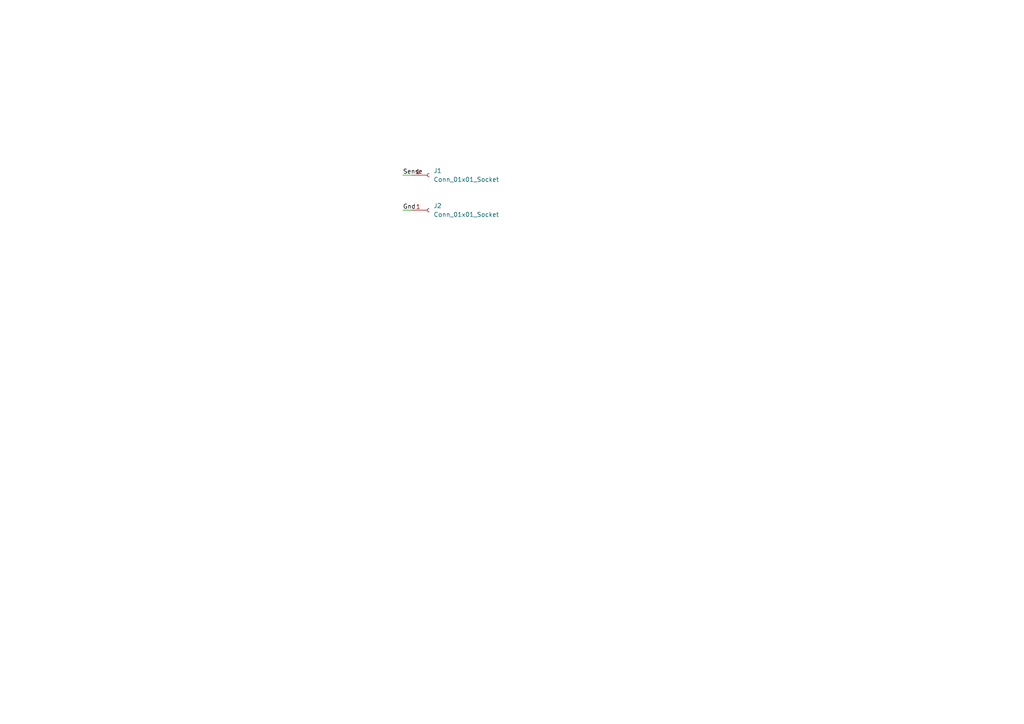
<source format=kicad_sch>
(kicad_sch (version 20231120) (generator "eeschema") (generator_version "8.0")
  (paper "A4")
  (lib_symbols
    (symbol "Connector:Conn_01x01_Socket" (pin_names (offset 1.016) hide)
      (property "Reference" "J" (at 0 2.54 0))
      (property "Value" "Conn_01x01_Socket" (at 0 -2.54 0))
      (symbol "Conn_01x01_Socket_1_1"
        (polyline (pts (xy -1.27 0) (xy -0.508 0)) (stroke (width 0.1524)))
        (arc (start 0 0.508) (mid -0.5058 0) (end 0 -0.508) (stroke (width 0.1524)))
        (pin passive line (at -5.08 0 0) (length 3.81) (name "Pin_1") (number "1"))
      )
    )
  )
  (wire (pts (xy 116.84 60.96) (xy 119.38 60.96)))
  (wire (pts (xy 116.84 50.8) (xy 119.38 50.8)))
  (label "Gnd" (at 116.84 60.96 0))
  (label "Sense" (at 116.84 50.8 0))
  (symbol (lib_id "Connector:Conn_01x01_Socket") (at 124.46 50.8 0) (unit 1)
    (property "Reference" "J1" (at 125.73 49.5299 0) (effects (justify left)))
    (property "Value" "Conn_01x01_Socket" (at 125.73 52.0699 0) (effects (justify left)))
    (property "Footprint" "Connector_PinHeader_1.00mm:PinHeader_1x01_P1.00mm_Vertical" (effects (hide yes)))
    (property "Description" "Generic connector, single row, 01x01, script generated" (effects (hide yes)))
  )
  (symbol (lib_id "Connector:Conn_01x01_Socket") (at 124.46 60.96 0) (unit 1)
    (property "Reference" "J2" (at 125.73 59.6899 0) (effects (justify left)))
    (property "Value" "Conn_01x01_Socket" (at 125.73 62.2299 0) (effects (justify left)))
    (property "Footprint" "Connector_PinHeader_1.00mm:PinHeader_1x01_P1.00mm_Vertical" (effects (hide yes)))
    (property "Description" "Generic connector, single row, 01x01, script generated" (effects (hide yes)))
  )
)
</source>
